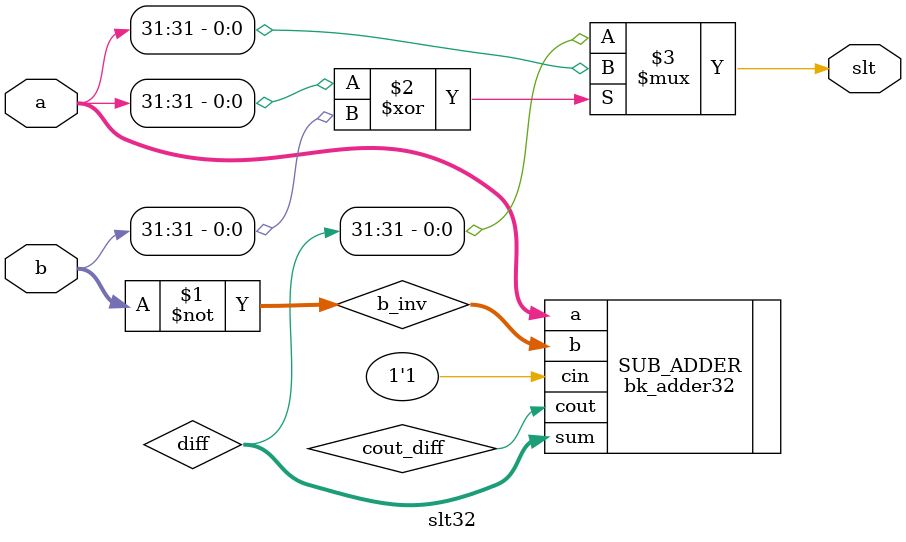
<source format=v>
`timescale 1ns/1ps
module slt32 (
    input  wire [31:0] a,
    input  wire [31:0] b,
    output wire        slt
);
    // compute a - b just to get diff sign when signs equal
    wire [31:0] b_inv = ~b;
    wire [31:0] diff;
    wire        cout_diff;

    bk_adder32 SUB_ADDER (
        .a   (a),
        .b   (b_inv),
        .cin (1'b1),
        .sum (diff),
        .cout(cout_diff)
    );

    // if signs differ: a < b iff a is negative
    // else: a < b iff diff[31] == 1
    assign slt = (a[31] ^ b[31]) ? a[31] : diff[31];
endmodule

</source>
